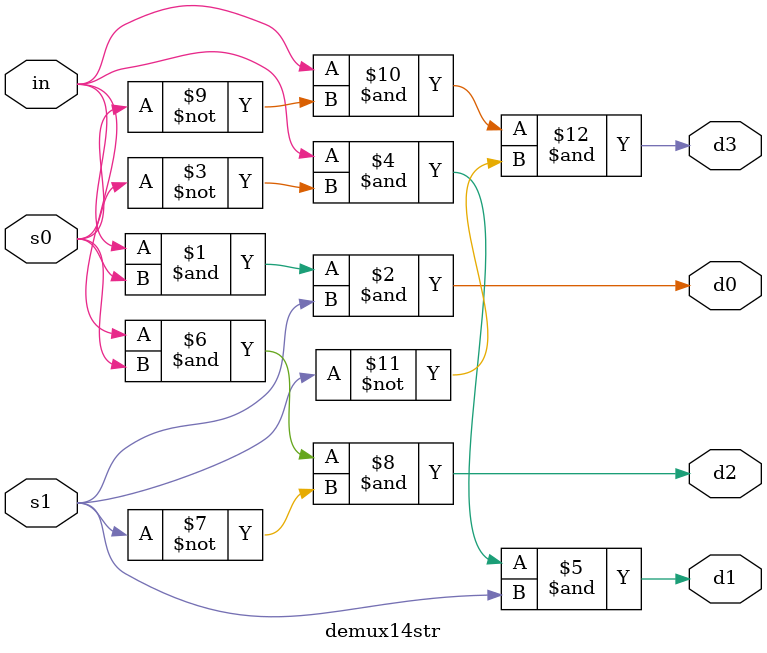
<source format=v>
module  demux14str(in,d0,d1,d2,d3,s0,s1); 

output d0,d1,d2,d3; 
input in,s0,s1; 

and g1(d0,in,s0,s1);

and g2(d1,in,(~s0),s1); 

and g3(d2,in,s0,(~s1)); 

and g4(d3,in,(~s0),(~s1)); 
endmodule

</source>
